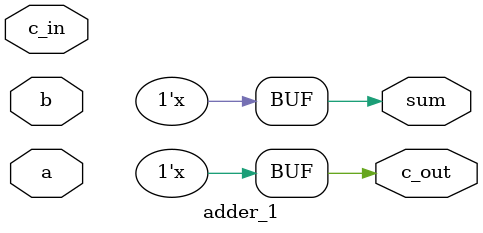
<source format=sv>
/*
  a 1 bit addder that we can daisy chain for 
  ripple carry adders
*/

module adder_1(a, b, c_in, sum, c_out);

input wire a, b, c_in;
output logic sum, c_out;

always_comb begin : adder_gates
  // Setting outputs to x is a great way to debug unimplemented logic (it shows up red in gtkwave).
  c_out = 1'bx;
  sum = 1'bx;
end


endmodule

</source>
